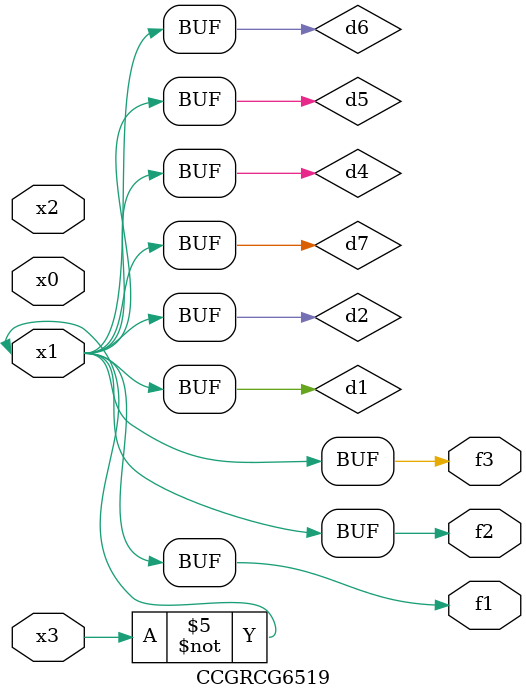
<source format=v>
module CCGRCG6519(
	input x0, x1, x2, x3,
	output f1, f2, f3
);

	wire d1, d2, d3, d4, d5, d6, d7;

	not (d1, x3);
	buf (d2, x1);
	xnor (d3, d1, d2);
	nor (d4, d1);
	buf (d5, d1, d2);
	buf (d6, d4, d5);
	nand (d7, d4);
	assign f1 = d6;
	assign f2 = d7;
	assign f3 = d6;
endmodule

</source>
